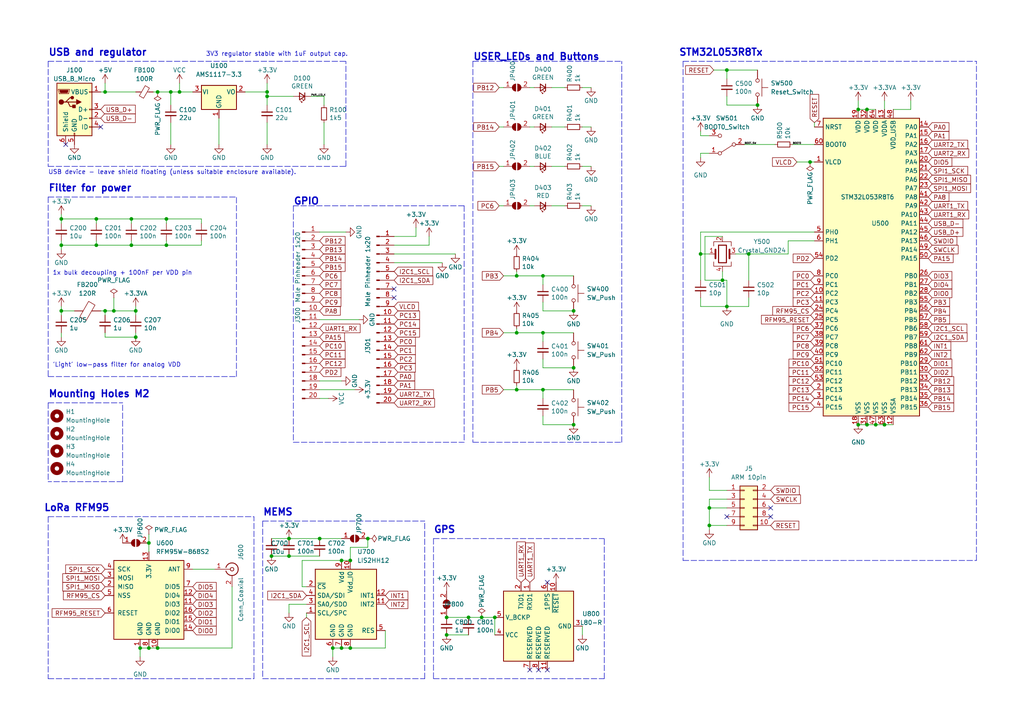
<source format=kicad_sch>
(kicad_sch (version 20211123) (generator eeschema)
  (paper "A4")
  (title_block (title "STM32L053 LoRa Breakout Board") (date "2022-07-05") (rev "1.0") (company "Ostfalia"))
  (junction (at 52.07 26.67))
  (junction (at 210.82 20.32))
  (junction (at 256.54 123.19))
  (junction (at 251.46 123.19))
  (junction (at 205.74 152.4))
  (junction (at 39.37 90.17))
  (junction (at 157.48 80.01))
  (junction (at 83.82 161.29))
  (junction (at 77.47 27.94))
  (junction (at 38.1 63.5))
  (junction (at 17.78 90.17))
  (junction (at 210.82 88.9))
  (junction (at 77.47 26.67))
  (junction (at 17.78 63.5))
  (junction (at 166.37 123.19))
  (junction (at 149.86 96.52))
  (junction (at 209.55 81.28))
  (junction (at 248.92 123.19))
  (junction (at 217.17 73.66))
  (junction (at 129.54 184.15))
  (junction (at 101.6 187.96))
  (junction (at 203.2 73.66))
  (junction (at 45.72 26.67))
  (junction (at 129.54 179.07))
  (junction (at 83.82 156.21))
  (junction (at 101.6 162.56))
  (junction (at 40.64 187.96))
  (junction (at 99.06 187.96))
  (junction (at 106.68 156.21))
  (junction (at 166.37 106.68))
  (junction (at 135.89 179.07))
  (junction (at 43.18 187.96))
  (junction (at 17.78 71.12))
  (junction (at 149.86 113.03))
  (junction (at 78.74 161.29))
  (junction (at 30.48 90.17))
  (junction (at 30.48 26.67))
  (junction (at 157.48 113.03))
  (junction (at 248.92 31.75))
  (junction (at 143.51 179.07))
  (junction (at 139.7 179.07))
  (junction (at 92.71 156.21))
  (junction (at 219.71 30.48))
  (junction (at 39.37 97.79))
  (junction (at 166.37 90.17))
  (junction (at 251.46 31.75))
  (junction (at 234.95 46.99))
  (junction (at 27.94 71.12))
  (junction (at 149.86 80.01))
  (junction (at 96.52 187.96))
  (junction (at 205.74 147.32))
  (junction (at 99.06 162.56))
  (junction (at 49.53 26.67))
  (junction (at 27.94 63.5))
  (junction (at 48.26 71.12))
  (junction (at 38.1 71.12))
  (junction (at 254 123.19))
  (junction (at 43.18 157.48))
  (junction (at 157.48 96.52))
  (junction (at 45.72 187.96))
  (junction (at 33.02 90.17))
  (junction (at 48.26 63.5))
  (no_connect (at 223.52 147.32))
  (no_connect (at 223.52 149.86))
  (no_connect (at 19.05 41.91))
  (no_connect (at 153.67 194.31))
  (no_connect (at 210.82 149.86))
  (no_connect (at 156.21 194.31))
  (no_connect (at 29.21 36.83))
  (no_connect (at 158.75 194.31))
  (no_connect (at 158.75 168.91))
  (no_connect (at 114.3 83.82))
  (no_connect (at 114.3 86.36))
  (wire (pts (xy 166.37 80.01) (xy 157.48 80.01)))
  (wire (pts (xy 83.82 175.26) (xy 88.9 175.26)))
  (wire (pts (xy 17.78 90.17) (xy 17.78 91.44)))
  (wire (pts (xy 153.67 48.26) (xy 154.94 48.26)))
  (wire (pts (xy 157.48 80.01) (xy 157.48 82.55)))
  (wire (pts (xy 210.82 20.32) (xy 219.71 20.32)))
  (wire (pts (xy 153.67 36.83) (xy 154.94 36.83)))
  (wire (pts (xy 157.48 87.63) (xy 157.48 90.17)))
  (wire (pts (xy 149.86 111.76) (xy 149.86 113.03)))
  (wire (pts (xy 205.74 147.32) (xy 210.82 147.32)))
  (wire (pts (xy 27.94 63.5) (xy 27.94 64.77)))
  (wire (pts (xy 259.08 31.75) (xy 264.16 31.75)))
  (wire (pts (xy 17.78 71.12) (xy 27.94 71.12)))
  (wire (pts (xy 153.67 25.4) (xy 154.94 25.4)))
  (wire (pts (xy 93.98 27.94) (xy 90.17 27.94)))
  (wire (pts (xy 210.82 27.94) (xy 210.82 30.48)))
  (wire (pts (xy 251.46 123.19) (xy 254 123.19)))
  (wire (pts (xy 210.82 30.48) (xy 219.71 30.48)))
  (polyline (pts (xy 13.97 109.22) (xy 68.58 109.22)))
  (wire (pts (xy 40.64 187.96) (xy 40.64 190.5)))
  (wire (pts (xy 251.46 31.75) (xy 254 31.75)))
  (polyline (pts (xy 76.2 196.85) (xy 123.19 196.85)))
  (wire (pts (xy 205.74 152.4) (xy 210.82 152.4)))
  (polyline (pts (xy 13.97 48.26) (xy 100.33 48.26)))
  (wire (pts (xy 38.1 71.12) (xy 48.26 71.12)))
  (polyline (pts (xy 125.73 196.85) (xy 175.26 196.85)))
  (wire (pts (xy 166.37 113.03) (xy 157.48 113.03)))
  (wire (pts (xy 17.78 88.9) (xy 17.78 90.17)))
  (wire (pts (xy 99.06 187.96) (xy 101.6 187.96)))
  (wire (pts (xy 58.42 63.5) (xy 48.26 63.5)))
  (wire (pts (xy 45.72 26.67) (xy 49.53 26.67)))
  (wire (pts (xy 92.71 92.71) (xy 104.14 92.71)))
  (wire (pts (xy 153.67 59.69) (xy 154.94 59.69)))
  (wire (pts (xy 30.48 91.44) (xy 30.48 90.17)))
  (wire (pts (xy 205.74 142.24) (xy 210.82 142.24)))
  (wire (pts (xy 203.2 44.45) (xy 205.74 44.45)))
  (wire (pts (xy 52.07 26.67) (xy 49.53 26.67)))
  (wire (pts (xy 93.98 41.91) (xy 93.98 35.56)))
  (wire (pts (xy 144.78 59.69) (xy 146.05 59.69)))
  (wire (pts (xy 210.82 81.28) (xy 210.82 88.9)))
  (polyline (pts (xy 13.97 17.78) (xy 100.33 17.78)))
  (polyline (pts (xy 76.2 151.13) (xy 76.2 196.85)))
  (wire (pts (xy 205.74 138.43) (xy 205.74 142.24)))
  (polyline (pts (xy 125.73 156.21) (xy 175.26 156.21)))
  (wire (pts (xy 157.48 113.03) (xy 157.48 115.57)))
  (wire (pts (xy 120.65 68.58) (xy 114.3 68.58)))
  (wire (pts (xy 149.86 113.03) (xy 157.48 113.03)))
  (wire (pts (xy 17.78 62.23) (xy 17.78 63.5)))
  (polyline (pts (xy 180.34 128.27) (xy 180.34 17.78)))
  (wire (pts (xy 157.48 106.68) (xy 166.37 106.68)))
  (wire (pts (xy 38.1 69.85) (xy 38.1 71.12)))
  (wire (pts (xy 149.86 96.52) (xy 157.48 96.52)))
  (wire (pts (xy 77.47 27.94) (xy 77.47 30.48)))
  (wire (pts (xy 39.37 90.17) (xy 33.02 90.17)))
  (wire (pts (xy 30.48 24.13) (xy 30.48 26.67)))
  (wire (pts (xy 124.46 68.58) (xy 124.46 71.12)))
  (wire (pts (xy 203.2 38.1) (xy 203.2 39.37)))
  (wire (pts (xy 17.78 96.52) (xy 17.78 97.79)))
  (wire (pts (xy 27.94 63.5) (xy 17.78 63.5)))
  (wire (pts (xy 203.2 45.72) (xy 203.2 44.45)))
  (wire (pts (xy 48.26 69.85) (xy 48.26 71.12)))
  (wire (pts (xy 128.27 76.2) (xy 114.3 76.2)))
  (wire (pts (xy 27.94 71.12) (xy 27.94 69.85)))
  (wire (pts (xy 256.54 123.19) (xy 259.08 123.19)))
  (polyline (pts (xy 68.58 109.22) (xy 68.58 57.15)))
  (wire (pts (xy 204.47 68.58) (xy 204.47 81.28)))
  (wire (pts (xy 58.42 69.85) (xy 58.42 71.12)))
  (wire (pts (xy 157.48 120.65) (xy 157.48 123.19)))
  (wire (pts (xy 234.95 46.99) (xy 236.22 46.99)))
  (wire (pts (xy 39.37 91.44) (xy 39.37 90.17)))
  (polyline (pts (xy 123.19 196.85) (xy 123.19 151.13)))
  (wire (pts (xy 248.92 29.21) (xy 248.92 31.75)))
  (wire (pts (xy 205.74 147.32) (xy 205.74 152.4)))
  (wire (pts (xy 144.78 25.4) (xy 146.05 25.4)))
  (wire (pts (xy 205.74 153.67) (xy 205.74 152.4)))
  (wire (pts (xy 205.74 144.78) (xy 205.74 147.32)))
  (wire (pts (xy 48.26 71.12) (xy 58.42 71.12)))
  (wire (pts (xy 52.07 24.13) (xy 52.07 26.67)))
  (wire (pts (xy 85.09 27.94) (xy 77.47 27.94)))
  (wire (pts (xy 157.48 96.52) (xy 157.48 99.06)))
  (wire (pts (xy 114.3 73.66) (xy 132.08 73.66)))
  (wire (pts (xy 111.76 182.88) (xy 111.76 187.96)))
  (wire (pts (xy 248.92 31.75) (xy 251.46 31.75)))
  (wire (pts (xy 92.71 67.31) (xy 100.33 67.31)))
  (wire (pts (xy 203.2 67.31) (xy 236.22 67.31)))
  (wire (pts (xy 146.05 80.01) (xy 149.86 80.01)))
  (wire (pts (xy 146.05 96.52) (xy 149.86 96.52)))
  (wire (pts (xy 149.86 80.01) (xy 157.48 80.01)))
  (wire (pts (xy 228.6 69.85) (xy 236.22 69.85)))
  (wire (pts (xy 49.53 41.91) (xy 49.53 35.56)))
  (wire (pts (xy 49.53 26.67) (xy 49.53 30.48)))
  (wire (pts (xy 144.78 36.83) (xy 146.05 36.83)))
  (polyline (pts (xy 137.16 17.78) (xy 180.34 17.78)))
  (wire (pts (xy 228.6 73.66) (xy 228.6 69.85)))
  (polyline (pts (xy 175.26 196.85) (xy 175.26 156.21)))
  (polyline (pts (xy 13.97 116.84) (xy 13.97 139.7)))
  (wire (pts (xy 203.2 88.9) (xy 210.82 88.9)))
  (polyline (pts (xy 13.97 116.84) (xy 35.56 116.84)))
  (wire (pts (xy 99.06 162.56) (xy 101.6 162.56)))
  (polyline (pts (xy 198.12 162.56) (xy 283.21 162.56)))
  (wire (pts (xy 30.48 97.79) (xy 39.37 97.79)))
  (wire (pts (xy 111.76 187.96) (xy 101.6 187.96)))
  (wire (pts (xy 168.91 59.69) (xy 171.45 59.69)))
  (wire (pts (xy 207.01 20.32) (xy 210.82 20.32)))
  (wire (pts (xy 143.51 179.07) (xy 143.51 184.15)))
  (wire (pts (xy 203.2 73.66) (xy 203.2 67.31)))
  (wire (pts (xy 210.82 144.78) (xy 205.74 144.78)))
  (wire (pts (xy 168.91 181.61) (xy 168.91 184.15)))
  (wire (pts (xy 215.9 41.91) (xy 224.79 41.91)))
  (wire (pts (xy 106.68 158.75) (xy 106.68 156.21)))
  (wire (pts (xy 213.36 73.66) (xy 217.17 73.66)))
  (polyline (pts (xy 137.16 17.78) (xy 137.16 128.27)))
  (wire (pts (xy 99.06 110.49) (xy 92.71 110.49)))
  (wire (pts (xy 231.14 46.99) (xy 234.95 46.99)))
  (wire (pts (xy 58.42 64.77) (xy 58.42 63.5)))
  (polyline (pts (xy 198.12 17.78) (xy 283.21 17.78)))
  (wire (pts (xy 149.86 78.74) (xy 149.86 80.01)))
  (wire (pts (xy 87.63 170.18) (xy 87.63 162.56)))
  (wire (pts (xy 135.89 179.07) (xy 139.7 179.07)))
  (wire (pts (xy 43.18 157.48) (xy 43.18 160.02)))
  (wire (pts (xy 209.55 68.58) (xy 204.47 68.58)))
  (wire (pts (xy 33.02 86.36) (xy 33.02 90.17)))
  (wire (pts (xy 63.5 41.91) (xy 63.5 34.29)))
  (wire (pts (xy 39.37 26.67) (xy 30.48 26.67)))
  (wire (pts (xy 160.02 36.83) (xy 163.83 36.83)))
  (wire (pts (xy 48.26 64.77) (xy 48.26 63.5)))
  (wire (pts (xy 96.52 187.96) (xy 96.52 190.5)))
  (wire (pts (xy 55.88 165.1) (xy 62.23 165.1)))
  (wire (pts (xy 17.78 71.12) (xy 17.78 72.39)))
  (wire (pts (xy 87.63 170.18) (xy 88.9 170.18)))
  (wire (pts (xy 168.91 48.26) (xy 171.45 48.26)))
  (polyline (pts (xy 35.56 139.7) (xy 35.56 116.84)))
  (wire (pts (xy 43.18 154.94) (xy 43.18 157.48)))
  (polyline (pts (xy 35.56 139.7) (xy 13.97 139.7)))
  (polyline (pts (xy 85.09 59.69) (xy 85.09 128.27)))
  (polyline (pts (xy 13.97 149.86) (xy 73.66 149.86)))
  (wire (pts (xy 95.25 115.57) (xy 92.71 115.57)))
  (polyline (pts (xy 283.21 162.56) (xy 283.21 17.78)))
  (wire (pts (xy 77.47 24.13) (xy 77.47 26.67)))
  (wire (pts (xy 92.71 113.03) (xy 102.87 113.03)))
  (wire (pts (xy 93.98 30.48) (xy 93.98 27.94)))
  (polyline (pts (xy 198.12 17.78) (xy 198.12 162.56)))
  (wire (pts (xy 101.6 158.75) (xy 106.68 158.75)))
  (wire (pts (xy 129.54 179.07) (xy 135.89 179.07)))
  (wire (pts (xy 209.55 81.28) (xy 210.82 81.28)))
  (wire (pts (xy 27.94 71.12) (xy 38.1 71.12)))
  (wire (pts (xy 209.55 78.74) (xy 209.55 81.28)))
  (polyline (pts (xy 13.97 17.78) (xy 13.97 48.26)))
  (wire (pts (xy 78.74 161.29) (xy 83.82 161.29)))
  (wire (pts (xy 217.17 73.66) (xy 228.6 73.66)))
  (polyline (pts (xy 100.33 48.26) (xy 100.33 17.78)))
  (wire (pts (xy 166.37 96.52) (xy 157.48 96.52)))
  (polyline (pts (xy 134.62 59.69) (xy 134.62 128.27)))
  (wire (pts (xy 67.31 170.18) (xy 67.31 187.96)))
  (wire (pts (xy 210.82 22.86) (xy 210.82 20.32)))
  (wire (pts (xy 77.47 41.91) (xy 77.47 35.56)))
  (wire (pts (xy 210.82 88.9) (xy 217.17 88.9)))
  (wire (pts (xy 203.2 39.37) (xy 205.74 39.37)))
  (wire (pts (xy 144.78 48.26) (xy 146.05 48.26)))
  (wire (pts (xy 157.48 90.17) (xy 166.37 90.17)))
  (wire (pts (xy 217.17 88.9) (xy 217.17 86.36)))
  (wire (pts (xy 39.37 97.79) (xy 39.37 96.52)))
  (wire (pts (xy 17.78 69.85) (xy 17.78 71.12)))
  (wire (pts (xy 43.18 187.96) (xy 45.72 187.96)))
  (wire (pts (xy 160.02 59.69) (xy 163.83 59.69)))
  (wire (pts (xy 157.48 104.14) (xy 157.48 106.68)))
  (wire (pts (xy 96.52 187.96) (xy 99.06 187.96)))
  (wire (pts (xy 38.1 63.5) (xy 27.94 63.5)))
  (wire (pts (xy 204.47 81.28) (xy 209.55 81.28)))
  (wire (pts (xy 236.22 35.56) (xy 236.22 36.83)))
  (wire (pts (xy 38.1 64.77) (xy 38.1 63.5)))
  (wire (pts (xy 264.16 31.75) (xy 264.16 29.21)))
  (wire (pts (xy 83.82 156.21) (xy 92.71 156.21)))
  (wire (pts (xy 71.12 26.67) (xy 77.47 26.67)))
  (wire (pts (xy 29.21 90.17) (xy 30.48 90.17)))
  (wire (pts (xy 254 123.19) (xy 256.54 123.19)))
  (wire (pts (xy 55.88 26.67) (xy 52.07 26.67)))
  (wire (pts (xy 160.02 25.4) (xy 163.83 25.4)))
  (wire (pts (xy 203.2 73.66) (xy 203.2 81.28)))
  (wire (pts (xy 168.91 25.4) (xy 171.45 25.4)))
  (polyline (pts (xy 125.73 156.21) (xy 125.73 196.85)))
  (wire (pts (xy 229.87 41.91) (xy 236.22 41.91)))
  (wire (pts (xy 44.45 26.67) (xy 45.72 26.67)))
  (wire (pts (xy 30.48 26.67) (xy 29.21 26.67)))
  (wire (pts (xy 48.26 63.5) (xy 38.1 63.5)))
  (wire (pts (xy 88.9 179.07) (xy 88.9 177.8)))
  (polyline (pts (xy 13.97 149.86) (xy 13.97 196.85)))
  (wire (pts (xy 114.3 71.12) (xy 124.46 71.12)))
  (wire (pts (xy 146.05 113.03) (xy 149.86 113.03)))
  (polyline (pts (xy 13.97 57.15) (xy 68.58 57.15)))
  (wire (pts (xy 101.6 162.56) (xy 101.6 158.75)))
  (polyline (pts (xy 85.09 128.27) (xy 134.62 128.27)))
  (wire (pts (xy 39.37 88.9) (xy 39.37 90.17)))
  (wire (pts (xy 30.48 96.52) (xy 30.48 97.79)))
  (wire (pts (xy 92.71 156.21) (xy 99.06 156.21)))
  (wire (pts (xy 33.02 90.17) (xy 30.48 90.17)))
  (polyline (pts (xy 13.97 57.15) (xy 13.97 109.22)))
  (wire (pts (xy 157.48 123.19) (xy 166.37 123.19)))
  (wire (pts (xy 40.64 187.96) (xy 43.18 187.96)))
  (wire (pts (xy 139.7 179.07) (xy 143.51 179.07)))
  (wire (pts (xy 83.82 177.8) (xy 83.82 175.26)))
  (wire (pts (xy 83.82 161.29) (xy 92.71 161.29)))
  (wire (pts (xy 149.86 95.25) (xy 149.86 96.52)))
  (wire (pts (xy 17.78 90.17) (xy 21.59 90.17)))
  (wire (pts (xy 205.74 73.66) (xy 203.2 73.66)))
  (polyline (pts (xy 73.66 196.85) (xy 73.66 149.86)))
  (polyline (pts (xy 13.97 196.85) (xy 73.66 196.85)))
  (wire (pts (xy 248.92 123.19) (xy 251.46 123.19)))
  (wire (pts (xy 67.31 187.96) (xy 45.72 187.96)))
  (polyline (pts (xy 137.16 128.27) (xy 180.34 128.27)))
  (wire (pts (xy 120.65 66.04) (xy 120.65 68.58)))
  (wire (pts (xy 203.2 86.36) (xy 203.2 88.9)))
  (polyline (pts (xy 134.62 59.69) (xy 85.09 59.69)))
  (wire (pts (xy 129.54 184.15) (xy 135.89 184.15)))
  (wire (pts (xy 87.63 162.56) (xy 99.06 162.56)))
  (polyline (pts (xy 76.2 151.13) (xy 123.19 151.13)))
  (wire (pts (xy 217.17 73.66) (xy 217.17 81.28)))
  (wire (pts (xy 160.02 48.26) (xy 163.83 48.26)))
  (wire (pts (xy 17.78 63.5) (xy 17.78 64.77)))
  (wire (pts (xy 168.91 36.83) (xy 171.45 36.83)))
  (wire (pts (xy 77.47 26.67) (xy 77.47 27.94)))
  (wire (pts (xy 78.74 156.21) (xy 83.82 156.21)))
  (wire (pts (xy 256.54 29.21) (xy 256.54 31.75)))
  (text "Mounting Holes M2" (at 13.97 115.57 0) (effects (font (size 2.0066 2.0066) (thickness 0.4013) bold) (justify left bottom)))
  (text "STM32L053R8Tx" (at 196.85 16.51 0) (effects (font (size 2.0066 2.0066) (thickness 0.4013) bold) (justify left bottom)))
  (text "USB and regulator" (at 13.97 16.51 0) (effects (font (size 2.0066 2.0066) (thickness 0.4013) bold) (justify left bottom)))
  (text "MEMS" (at 76.2 149.86 0) (effects (font (size 2.0066 2.0066) (thickness 0.4013) bold) (justify left bottom)))
  (text "GPIO" (at 85.09 59.69 0) (effects (font (size 2.0066 2.0066) (thickness 0.4013) bold) (justify left bottom)))
  (text "'Light' low-pass filter for analog VDD" (at 15.24 106.68 0) (effects (font (size 1.27 1.27)) (justify left bottom)))
  (text "1x bulk decoupling + 100nF per VDD pin" (at 15.24 80.01 0) (effects (font (size 1.27 1.27)) (justify left bottom)))
  (text "USB device - leave shield floating (unless suitable enclosure available)." (at 13.97 50.8 0) (effects (font (size 1.27 1.27)) (justify left bottom)))
  (text "LoRa RFM95\n" (at 12.7 148.59 0) (effects (font (size 2.0066 2.0066) (thickness 0.4013) bold) (justify left bottom)))
  (text "3V3 regulator stable with 1uF output cap." (at 59.69 16.51 0) (effects (font (size 1.27 1.27)) (justify left bottom)))
  (text "Filter for power\n" (at 13.97 55.88 0) (effects (font (size 2.0066 2.0066) (thickness 0.4013) bold) (justify left bottom)))
  (text "GPS" (at 125.73 154.94 0) (effects (font (size 2.0066 2.0066) (thickness 0.4013) bold) (justify left bottom)))
  (text "USER_LEDs and Buttons" (at 137.16 17.78 0) (effects (font (size 2.0066 2.0066) (thickness 0.4013) bold) (justify left bottom)))
  (label "PWR_LED_K" (at 90.17 27.94 0) (effects (font (size 0.5 0.5))))
  (label "BOOT_SW" (at 215.9 41.91 0) (effects (font (size 0.5 0.5))))
  (label "BOOT0" (at 229.87 41.91 0) (effects (font (size 0.5 0.5))))
  (global_label "PB14" (shape input) (at 269.24 115.57 0) (property "Intersheet References" "${INTERSHEET_REFS}" (effects hide)))
  (global_label "SPI1_SCK" (shape input) (at 30.48 165.1 180) (property "Intersheet References" "${INTERSHEET_REFS}" (effects hide)))
  (global_label "USB_D-" (shape input) (at 29.21 34.29 0) (property "Intersheet References" "${INTERSHEET_REFS}" (effects hide)))
  (global_label "UART1_RX" (shape input) (at 92.71 95.25 0) (property "Intersheet References" "${INTERSHEET_REFS}" (effects hide)))
  (global_label "PC6" (shape input) (at 236.22 95.25 180) (property "Intersheet References" "${INTERSHEET_REFS}" (effects hide)))
  (global_label "DIO1" (shape input) (at 55.88 180.34 0) (property "Intersheet References" "${INTERSHEET_REFS}" (effects hide)))
  (global_label "PB13" (shape input) (at 92.71 72.39 0) (property "Intersheet References" "${INTERSHEET_REFS}" (effects hide)))
  (global_label "PB3" (shape input) (at 269.24 87.63 0) (property "Intersheet References" "${INTERSHEET_REFS}" (effects hide)))
  (global_label "INT2" (shape input) (at 111.76 175.26 0) (property "Intersheet References" "${INTERSHEET_REFS}" (effects hide)))
  (global_label "RFM95_RESET" (shape input) (at 30.48 177.8 180) (property "Intersheet References" "${INTERSHEET_REFS}" (effects hide)))
  (global_label "PD2" (shape input) (at 92.71 107.95 0) (property "Intersheet References" "${INTERSHEET_REFS}" (effects hide)))
  (global_label "RFM95_CS" (shape input) (at 30.48 172.72 180) (property "Intersheet References" "${INTERSHEET_REFS}" (effects hide)))
  (global_label "PC10" (shape input) (at 92.71 100.33 0) (property "Intersheet References" "${INTERSHEET_REFS}" (effects hide)))
  (global_label "SWDIO" (shape input) (at 269.24 69.85 0) (property "Intersheet References" "${INTERSHEET_REFS}" (effects hide)))
  (global_label "PC13" (shape input) (at 114.3 91.44 0) (property "Intersheet References" "${INTERSHEET_REFS}" (effects hide)))
  (global_label "INT1" (shape input) (at 269.24 100.33 0) (property "Intersheet References" "${INTERSHEET_REFS}" (effects hide)))
  (global_label "PC3" (shape input) (at 236.22 87.63 180) (property "Intersheet References" "${INTERSHEET_REFS}" (effects hide)))
  (global_label "PA1" (shape input) (at 269.24 39.37 0) (property "Intersheet References" "${INTERSHEET_REFS}" (effects hide)))
  (global_label "PB5" (shape input) (at 146.05 113.03 180) (property "Intersheet References" "${INTERSHEET_REFS}" (effects hide)))
  (global_label "PC15" (shape input) (at 236.22 118.11 180) (property "Intersheet References" "${INTERSHEET_REFS}" (effects hide)))
  (global_label "PB13" (shape input) (at 269.24 113.03 0) (property "Intersheet References" "${INTERSHEET_REFS}" (effects hide)))
  (global_label "I2C1_SDA" (shape input) (at 269.24 97.79 0) (property "Intersheet References" "${INTERSHEET_REFS}" (effects hide)))
  (global_label "PB5" (shape input) (at 269.24 92.71 0) (property "Intersheet References" "${INTERSHEET_REFS}" (effects hide)))
  (global_label "PC1" (shape input) (at 236.22 82.55 180) (property "Intersheet References" "${INTERSHEET_REFS}" (effects hide)))
  (global_label "PC2" (shape input) (at 114.3 104.14 0) (property "Intersheet References" "${INTERSHEET_REFS}" (effects hide)))
  (global_label "USB_D-" (shape input) (at 269.24 64.77 0) (property "Intersheet References" "${INTERSHEET_REFS}" (effects hide)))
  (global_label "DIO2" (shape input) (at 55.88 177.8 0) (property "Intersheet References" "${INTERSHEET_REFS}" (effects hide)))
  (global_label "I2C1_SCL" (shape input) (at 114.3 78.74 0) (property "Intersheet References" "${INTERSHEET_REFS}" (effects hide)))
  (global_label "I2C1_SDA" (shape input) (at 114.3 81.28 0) (property "Intersheet References" "${INTERSHEET_REFS}" (effects hide)))
  (global_label "PB14" (shape input) (at 144.78 36.83 180) (property "Intersheet References" "${INTERSHEET_REFS}" (effects hide)))
  (global_label "PB12" (shape input) (at 269.24 110.49 0) (property "Intersheet References" "${INTERSHEET_REFS}" (effects hide)))
  (global_label "SPI1_MOSI" (shape input) (at 30.48 167.64 180) (property "Intersheet References" "${INTERSHEET_REFS}" (effects hide)))
  (global_label "PD2" (shape input) (at 236.22 74.93 180) (property "Intersheet References" "${INTERSHEET_REFS}" (effects hide)))
  (global_label "PC3" (shape input) (at 114.3 106.68 0) (property "Intersheet References" "${INTERSHEET_REFS}" (effects hide)))
  (global_label "UART2_RX" (shape input) (at 114.3 116.84 0) (property "Intersheet References" "${INTERSHEET_REFS}" (effects hide)))
  (global_label "PA0" (shape input) (at 269.24 36.83 0) (property "Intersheet References" "${INTERSHEET_REFS}" (effects hide)))
  (global_label "SWCLK" (shape input) (at 223.52 144.78 0) (property "Intersheet References" "${INTERSHEET_REFS}" (effects hide)))
  (global_label "SPI1_MOSI" (shape input) (at 269.24 54.61 0) (property "Intersheet References" "${INTERSHEET_REFS}" (effects hide)))
  (global_label "PC13" (shape input) (at 236.22 113.03 180) (property "Intersheet References" "${INTERSHEET_REFS}" (effects hide)))
  (global_label "INT2" (shape input) (at 269.24 102.87 0) (property "Intersheet References" "${INTERSHEET_REFS}" (effects hide)))
  (global_label "DIO3" (shape input) (at 269.24 80.01 0) (property "Intersheet References" "${INTERSHEET_REFS}" (effects hide)))
  (global_label "I2C1_SCL" (shape input) (at 88.9 179.07 270) (property "Intersheet References" "${INTERSHEET_REFS}" (effects hide)))
  (global_label "PB15" (shape input) (at 144.78 48.26 180) (property "Intersheet References" "${INTERSHEET_REFS}" (effects hide)))
  (global_label "PB12" (shape input) (at 144.78 25.4 180) (property "Intersheet References" "${INTERSHEET_REFS}" (effects hide)))
  (global_label "PB12" (shape input) (at 92.71 69.85 0) (property "Intersheet References" "${INTERSHEET_REFS}" (effects hide)))
  (global_label "PB15" (shape input) (at 269.24 118.11 0) (property "Intersheet References" "${INTERSHEET_REFS}" (effects hide)))
  (global_label "RFM95_CS" (shape input) (at 236.22 90.17 180) (property "Intersheet References" "${INTERSHEET_REFS}" (effects hide)))
  (global_label "PA8" (shape input) (at 269.24 57.15 0) (property "Intersheet References" "${INTERSHEET_REFS}" (effects hide)))
  (global_label "PB3" (shape input) (at 146.05 80.01 180) (property "Intersheet References" "${INTERSHEET_REFS}" (effects hide)))
  (global_label "SPI1_SCK" (shape input) (at 269.24 49.53 0) (property "Intersheet References" "${INTERSHEET_REFS}" (effects hide)))
  (global_label "PC7" (shape input) (at 92.71 82.55 0) (property "Intersheet References" "${INTERSHEET_REFS}" (effects hide)))
  (global_label "PC14" (shape input) (at 114.3 93.98 0) (property "Intersheet References" "${INTERSHEET_REFS}" (effects hide)))
  (global_label "PA1" (shape input) (at 114.3 111.76 0) (property "Intersheet References" "${INTERSHEET_REFS}" (effects hide)))
  (global_label "PB15" (shape input) (at 92.71 77.47 0) (property "Intersheet References" "${INTERSHEET_REFS}" (effects hide)))
  (global_label "PC6" (shape input) (at 144.78 59.69 180) (property "Intersheet References" "${INTERSHEET_REFS}" (effects hide)))
  (global_label "PC9" (shape input) (at 92.71 87.63 0) (property "Intersheet References" "${INTERSHEET_REFS}" (effects hide)))
  (global_label "SPI1_MISO" (shape input) (at 30.48 170.18 180) (property "Intersheet References" "${INTERSHEET_REFS}" (effects hide)))
  (global_label "PC1" (shape input) (at 114.3 101.6 0) (property "Intersheet References" "${INTERSHEET_REFS}" (effects hide)))
  (global_label "VLCD" (shape input) (at 114.3 88.9 0) (property "Intersheet References" "${INTERSHEET_REFS}" (effects hide)))
  (global_label "UART1_RX" (shape input) (at 269.24 62.23 0) (property "Intersheet References" "${INTERSHEET_REFS}" (effects hide)))
  (global_label "RFM95_RESET" (shape input) (at 236.22 92.71 180) (property "Intersheet References" "${INTERSHEET_REFS}" (effects hide)))
  (global_label "VLCD" (shape input) (at 231.14 46.99 180) (property "Intersheet References" "${INTERSHEET_REFS}" (effects hide)))
  (global_label "UART2_TX" (shape input) (at 269.24 41.91 0) (property "Intersheet References" "${INTERSHEET_REFS}" (effects hide)))
  (global_label "PC14" (shape input) (at 236.22 115.57 180) (property "Intersheet References" "${INTERSHEET_REFS}" (effects hide)))
  (global_label "UART2_RX" (shape input) (at 269.24 44.45 0) (property "Intersheet References" "${INTERSHEET_REFS}" (effects hide)))
  (global_label "DIO4" (shape input) (at 55.88 172.72 0) (property "Intersheet References" "${INTERSHEET_REFS}" (effects hide)))
  (global_label "PA0" (shape input) (at 114.3 109.22 0) (property "Intersheet References" "${INTERSHEET_REFS}" (effects hide)))
  (global_label "DIO0" (shape input) (at 55.88 182.88 0) (property "Intersheet References" "${INTERSHEET_REFS}" (effects hide)))
  (global_label "PB4" (shape input) (at 269.24 90.17 0) (property "Intersheet References" "${INTERSHEET_REFS}" (effects hide)))
  (global_label "I2C1_SDA" (shape input) (at 88.9 172.72 180) (property "Intersheet References" "${INTERSHEET_REFS}" (effects hide)))
  (global_label "PC11" (shape input) (at 236.22 107.95 180) (property "Intersheet References" "${INTERSHEET_REFS}" (effects hide)))
  (global_label "RESET" (shape input) (at 236.22 35.56 90) (property "Intersheet References" "${INTERSHEET_REFS}" (effects hide)))
  (global_label "SPI1_MISO" (shape input) (at 269.24 52.07 0) (property "Intersheet References" "${INTERSHEET_REFS}" (effects hide)))
  (global_label "PC2" (shape input) (at 236.22 85.09 180) (property "Intersheet References" "${INTERSHEET_REFS}" (effects hide)))
  (global_label "DIO1" (shape input) (at 269.24 105.41 0) (property "Intersheet References" "${INTERSHEET_REFS}" (effects hide)))
  (global_label "PC8" (shape input) (at 92.71 85.09 0) (property "Intersheet References" "${INTERSHEET_REFS}" (effects hide)))
  (global_label "PC11" (shape input) (at 92.71 102.87 0) (property "Intersheet References" "${INTERSHEET_REFS}" (effects hide)))
  (global_label "I2C1_SCL" (shape input) (at 269.24 95.25 0) (property "Intersheet References" "${INTERSHEET_REFS}" (effects hide)))
  (global_label "DIO5" (shape input) (at 269.24 46.99 0) (property "Intersheet References" "${INTERSHEET_REFS}" (effects hide)))
  (global_label "SWDIO" (shape input) (at 223.52 142.24 0) (property "Intersheet References" "${INTERSHEET_REFS}" (effects hide)))
  (global_label "USB_D+" (shape input) (at 269.24 67.31 0) (property "Intersheet References" "${INTERSHEET_REFS}" (effects hide)))
  (global_label "PC0" (shape input) (at 236.22 80.01 180) (property "Intersheet References" "${INTERSHEET_REFS}" (effects hide)))
  (global_label "DIO4" (shape input) (at 269.24 82.55 0) (property "Intersheet References" "${INTERSHEET_REFS}" (effects hide)))
  (global_label "DIO0" (shape input) (at 269.24 85.09 0) (property "Intersheet References" "${INTERSHEET_REFS}" (effects hide)))
  (global_label "PC12" (shape input) (at 92.71 105.41 0) (property "Intersheet References" "${INTERSHEET_REFS}" (effects hide)))
  (global_label "INT1" (shape input) (at 111.76 172.72 0) (property "Intersheet References" "${INTERSHEET_REFS}" (effects hide)))
  (global_label "PC10" (shape input) (at 236.22 105.41 180) (property "Intersheet References" "${INTERSHEET_REFS}" (effects hide)))
  (global_label "PA8" (shape input) (at 92.71 90.17 0) (property "Intersheet References" "${INTERSHEET_REFS}" (effects hide)))
  (global_label "PC0" (shape input) (at 114.3 99.06 0) (property "Intersheet References" "${INTERSHEET_REFS}" (effects hide)))
  (global_label "UART1_TX" (shape input) (at 153.67 168.91 90) (property "Intersheet References" "${INTERSHEET_REFS}" (effects hide)))
  (global_label "PC6" (shape input) (at 92.71 80.01 0) (property "Intersheet References" "${INTERSHEET_REFS}" (effects hide)))
  (global_label "DIO5" (shape input) (at 55.88 170.18 0) (property "Intersheet References" "${INTERSHEET_REFS}" (effects hide)))
  (global_label "RESET" (shape input) (at 223.52 152.4 0) (property "Intersheet References" "${INTERSHEET_REFS}" (effects hide)))
  (global_label "SWCLK" (shape input) (at 269.24 72.39 0) (property "Intersheet References" "${INTERSHEET_REFS}" (effects hide)))
  (global_label "PA15" (shape input) (at 92.71 97.79 0) (property "Intersheet References" "${INTERSHEET_REFS}" (effects hide)))
  (global_label "PC15" (shape input) (at 114.3 96.52 0) (property "Intersheet References" "${INTERSHEET_REFS}" (effects hide)))
  (global_label "PC9" (shape input) (at 236.22 102.87 180) (property "Intersheet References" "${INTERSHEET_REFS}" (effects hide)))
  (global_label "USB_D+" (shape input) (at 29.21 31.75 0) (property "Intersheet References" "${INTERSHEET_REFS}" (effects hide)))
  (global_label "PA15" (shape input) (at 269.24 74.93 0) (property "Intersheet References" "${INTERSHEET_REFS}" (effects hide)))
  (global_label "PC12" (shape input) (at 236.22 110.49 180) (property "Intersheet References" "${INTERSHEET_REFS}" (effects hide)))
  (global_label "UART1_TX" (shape input) (at 269.24 59.69 0) (property "Intersheet References" "${INTERSHEET_REFS}" (effects hide)))
  (global_label "PB4" (shape input) (at 146.05 96.52 180) (property "Intersheet References" "${INTERSHEET_REFS}" (effects hide)))
  (global_label "RESET" (shape input) (at 207.01 20.32 180) (property "Intersheet References" "${INTERSHEET_REFS}" (effects hide)))
  (global_label "UART1_RX" (shape input) (at 151.13 168.91 90) (property "Intersheet References" "${INTERSHEET_REFS}" (effects hide)))
  (global_label "PC7" (shape input) (at 236.22 97.79 180) (property "Intersheet References" "${INTERSHEET_REFS}" (effects hide)))
  (global_label "UART2_TX" (shape input) (at 114.3 114.3 0) (property "Intersheet References" "${INTERSHEET_REFS}" (effects hide)))
  (global_label "DIO2" (shape input) (at 269.24 107.95 0) (property "Intersheet References" "${INTERSHEET_REFS}" (effects hide)))
  (global_label "PB14" (shape input) (at 92.71 74.93 0) (property "Intersheet References" "${INTERSHEET_REFS}" (effects hide)))
  (global_label "DIO3" (shape input) (at 55.88 175.26 0) (property "Intersheet References" "${INTERSHEET_REFS}" (effects hide)))
  (global_label "PC8" (shape input) (at 236.22 100.33 180) (property "Intersheet References" "${INTERSHEET_REFS}" (effects hide)))
  (symbol (lib_id "power:PWR_FLAG") (at 33.02 86.36 0) (unit 1)
    (property "Reference" "#FLG0101" (effects hide))
    (property "Value" "PWR_FLAG" (at 33.02 81.28 0))
  )
  (symbol (lib_id "Device:C_Small") (at 92.71 158.75 0) (unit 1)
    (property "Reference" "C702" (at 95.0468 157.5816 0) (effects (justify left)))
    (property "Value" "100n" (at 95.0468 159.893 0) (effects (justify left)))
    (property "Footprint" "Capacitor_SMD:C_0402_1005Metric" (effects hide))
    (property "LCSC Part #" "C60474" (effects hide))
  )
  (symbol (lib_id "Device:C_Small") (at 27.94 67.31 0) (unit 1)
    (property "Reference" "C201" (at 30.2768 66.1416 0) (effects (justify left)))
    (property "Value" "100n" (at 30.2768 68.453 0) (effects (justify left)))
    (property "Footprint" "Capacitor_SMD:C_0402_1005Metric" (effects hide))
  )
  (symbol (lib_id "Mechanical:MountingHole") (at 16.51 135.89 0) (unit 1)
    (property "Reference" "H4" (at 19.05 134.6199 0) (effects (justify left)))
    (property "Value" "MountingHole" (at 19.05 137.1599 0) (effects (justify left)))
    (property "Footprint" "MountingHole:MountingHole_2.2mm_M2" (effects hide))
  )
  (symbol (lib_id "power:GND") (at 205.74 153.67 0) (unit 1)
    (property "Reference" "#PWR0146" (effects hide))
    (property "Value" "GND" (at 205.74 157.48 0))
  )
  (symbol (lib_id "Device:R_Small") (at 166.37 48.26 90) (unit 1)
    (property "Reference" "R402" (at 165.2016 46.7614 0) (effects (justify left)))
    (property "Value" "1k" (at 167.513 46.7614 0) (effects (justify left)))
    (property "Footprint" "Resistor_SMD:R_0603_1608Metric" (effects hide))
  )
  (symbol (lib_id "Mechanical:MountingHole") (at 16.51 125.73 0) (unit 1)
    (property "Reference" "H2" (at 19.05 124.4599 0) (effects (justify left)))
    (property "Value" "MountingHole" (at 19.05 126.9999 0) (effects (justify left)))
    (property "Footprint" "MountingHole:MountingHole_2.2mm_M2" (effects hide))
  )
  (symbol (lib_id "power:GND") (at 93.98 41.91 0) (mirror y) (unit 1)
    (property "Reference" "#PWR0112" (effects hide))
    (property "Value" "GND" (at 93.98 45.72 0))
  )
  (symbol (lib_id "power:GND") (at 104.14 92.71 90) (unit 1)
    (property "Reference" "#PWR0120" (effects hide))
    (property "Value" "GND" (at 107.95 92.71 0))
  )
  (symbol (lib_id "power:+3.3V") (at 102.87 113.03 270) (unit 1)
    (property "Reference" "#PWR0119" (effects hide))
    (property "Value" "+3.3V" (at 106.68 113.03 0))
  )
  (symbol (lib_id "Jumper:SolderJumper_2_Open") (at 149.86 59.69 0) (unit 1)
    (property "Reference" "JP403" (at 148.6916 57.9628 90) (effects (justify left)))
    (property "Value" "SolderJumper_2_Open" (effects hide))
    (property "Footprint" "Jumper:SolderJumper-2_P1.3mm_Open_Pad1.0x1.5mm" (effects hide))
  )
  (symbol (lib_id "Switch:SW_SPDT") (at 210.82 41.91 180) (unit 1)
    (property "Reference" "SW501" (at 210.82 34.29 0))
    (property "Value" "BOOT0_Switch" (at 210.82 36.83 0))
    (property "Footprint" "Button_Switch_THT:SW_E-Switch_EG1224_SPDT_Angled" (effects hide))
    (property "LCSC Part #" "C273395" (effects hide))
  )
  (symbol (lib_id "Switch:SW_Push") (at 166.37 101.6 270) (unit 1)
    (property "Reference" "SW401" (at 170.18 100.3299 90) (effects (justify left)))
    (property "Value" "SW_Push" (at 170.18 102.8699 90) (effects (justify left)))
    (property "Footprint" "Button_Switch_SMD:SW_SPST_B3U-1000P" (effects hide))
    (property "LCSC Part #" "C231329" (effects hide))
  )
  (symbol (lib_id "Jumper:SolderJumper_2_Open") (at 39.37 157.48 0) (unit 1)
    (property "Reference" "JP600" (at 40.64 156.21 90) (effects (justify left)))
    (property "Value" "SolderJumper_2_Open" (effects hide))
    (property "Footprint" "Jumper:SolderJumper-2_P1.3mm_Open_Pad1.0x1.5mm" (effects hide))
  )
  (symbol (lib_id "power:GND") (at 96.52 190.5 0) (unit 1)
    (property "Reference" "#PWR0153" (effects hide))
    (property "Value" "GND" (at 96.52 194.31 0))
  )
  (symbol (lib_id "Device:Crystal_GND24") (at 209.55 73.66 0) (unit 1)
    (property "Reference" "Y500" (at 220.98 70.0786 0))
    (property "Value" "Crystal_GND24" (at 220.98 72.6186 0))
    (property "Footprint" "Crystal:Crystal_SMD_3225-4Pin_3.2x2.5mm" (effects hide))
    (property "LCSC Part #" "C112972" (effects hide))
  )
  (symbol (lib_id "Connector:Conn_Coaxial") (at 67.31 165.1 0) (unit 1)
    (property "Reference" "J600" (at 69.85 162.56 90) (effects (justify left)))
    (property "Value" "Conn_Coaxial" (at 69.85 180.34 90) (effects (justify left)))
    (property "Footprint" "Connector_Coaxial:SMA_Samtec_SMA-J-P-X-ST-EM1_EdgeMount" (effects hide))
    (property "Datasheet" " ~" (effects hide))
  )
  (symbol (lib_id "power:VCC") (at 52.07 24.13 0) (mirror y) (unit 1)
    (property "Reference" "#PWR0114" (effects hide))
    (property "Value" "VCC" (at 52.07 20.32 0))
  )
  (symbol (lib_id "Device:C_Small") (at 58.42 67.31 0) (unit 1)
    (property "Reference" "C204" (at 60.7568 66.1416 0) (effects (justify left)))
    (property "Value" "100n" (at 60.7568 68.453 0) (effects (justify left)))
    (property "Footprint" "Capacitor_SMD:C_0402_1005Metric" (effects hide))
  )
  (symbol (lib_id "Device:R_Small") (at 149.86 92.71 0) (unit 1)
    (property "Reference" "R405" (at 151.3586 91.5416 0) (effects (justify left)))
    (property "Value" "10k" (at 151.3586 93.853 0) (effects (justify left)))
    (property "Footprint" "Resistor_SMD:R_0603_1608Metric" (effects hide))
  )
  (symbol (lib_id "power:+3.3V") (at 77.47 24.13 0) (unit 1)
    (property "Reference" "#PWR0110" (effects hide))
    (property "Value" "+3.3V" (at 77.47 20.32 0))
  )
  (symbol (lib_id "Device:R_Small") (at 93.98 33.02 0) (unit 1)
    (property "Reference" "R100" (at 95.4786 31.8516 0) (effects (justify left)))
    (property "Value" "1k5" (at 95.4786 34.163 0) (effects (justify left)))
    (property "Footprint" "Resistor_SMD:R_0603_1608Metric" (effects hide))
  )
  (symbol (lib_id "power:GND") (at 128.27 76.2 0) (unit 1)
    (property "Reference" "#PWR0147" (effects hide))
    (property "Value" "GND" (at 128.27 80.01 0))
  )
  (symbol (lib_id "RF_Module:RFM95W-868S2") (at 43.18 172.72 0) (unit 1)
    (property "Reference" "U600" (at 45.1994 157.48 0) (effects (justify left)))
    (property "Value" "RFM95W-868S2" (at 45.1994 160.02 0) (effects (justify left)))
    (property "Footprint" "RF_Module:HOPERF_RFM9XW_SMD" (effects hide))
    (property "Datasheet" "https://www.hoperf.com/data/upload/portal/20181127/5bfcbea20e9ef.pdf" (effects hide))
    (property "LCSC Part #" "C2844472" (effects hide))
  )
  (symbol (lib_id "Device:C_Small") (at 30.48 93.98 0) (unit 1)
    (property "Reference" "C206" (at 32.8168 92.8116 0) (effects (justify left)))
    (property "Value" "1u" (at 32.8168 95.123 0) (effects (justify left)))
    (property "Footprint" "Capacitor_SMD:C_0603_1608Metric" (effects hide))
  )
  (symbol (lib_id "Device:C_Small") (at 77.47 33.02 0) (unit 1)
    (property "Reference" "C101" (at 79.8068 31.8516 0) (effects (justify left)))
    (property "Value" "22u" (at 79.8068 34.163 0) (effects (justify left)))
    (property "Footprint" "Capacitor_SMD:C_0603_1608Metric" (effects hide))
  )
  (symbol (lib_id "power:GND") (at 219.71 30.48 0) (unit 1)
    (property "Reference" "#PWR0135" (effects hide))
    (property "Value" "GND" (at 219.71 34.29 0))
  )
  (symbol (lib_id "MCU_ST_STM32L0:STM32L053R8Tx") (at 254 77.47 0) (unit 1)
    (property "Reference" "U500" (at 252.73 64.77 0) (effects (justify left)))
    (property "Value" "STM32L053R8T6" (at 243.84 57.15 0) (effects (justify left)))
    (property "Footprint" "Package_QFP:LQFP-64_10x10mm_P0.5mm" (effects hide))
    (property "Datasheet" "http://www.st.com/st-web-ui/static/active/en/resource/technical/document/datasheet/DM00105960.pdf" (effects hide))
    (property "LCSC Part #" "C79207" (effects hide))
  )
  (symbol (lib_id "Device:C_Small") (at 210.82 25.4 0) (unit 1)
    (property "Reference" "C500" (at 213.1568 24.2316 0) (effects (justify left)))
    (property "Value" "100n" (at 213.1568 26.543 0) (effects (justify left)))
    (property "Footprint" "Capacitor_SMD:C_0402_1005Metric" (effects hide))
  )
  (symbol (lib_id "power:+3.3V") (at 149.86 90.17 0) (unit 1)
    (property "Reference" "#PWR0140" (effects hide))
    (property "Value" "+3.3V" (at 149.86 86.36 0))
  )
  (symbol (lib_id "power:+3.3V") (at 17.78 62.23 0) (unit 1)
    (property "Reference" "#PWR0107" (effects hide))
    (property "Value" "+3.3V" (at 17.78 58.42 0))
  )
  (symbol (lib_id "power:+3.3V") (at 149.86 106.68 0) (unit 1)
    (property "Reference" "#PWR0139" (effects hide))
    (property "Value" "+3.3V" (at 149.86 102.87 0))
  )
  (symbol (lib_id "Sensor_Motion:LIS2HH12") (at 99.06 175.26 0) (unit 1)
    (property "Reference" "U700" (at 103.6194 160.02 0) (effects (justify left)))
    (property "Value" "LIS2HH12" (at 103.6194 162.56 0) (effects (justify left)))
    (property "Footprint" "Package_LGA:LGA-12_2x2mm_P0.5mm" (effects hide))
    (property "Datasheet" "www.st.com/resource/en/datasheet/lis2hh12.pdf" (effects hide))
    (property "LCSC Part #" "C221446" (effects hide))
  )
  (symbol (lib_id "Device:C_Small") (at 38.1 67.31 0) (unit 1)
    (property "Reference" "C202" (at 40.4368 66.1416 0) (effects (justify left)))
    (property "Value" "100n" (at 40.4368 68.453 0) (effects (justify left)))
    (property "Footprint" "Capacitor_SMD:C_0402_1005Metric" (effects hide))
  )
  (symbol (lib_id "Jumper:SolderJumper_2_Open") (at 129.54 175.26 90) (unit 1)
    (property "Reference" "JP800" (at 134.62 175.26 90) (effects (justify left)))
    (property "Value" "SolderJumper_2_Open" (effects hide))
    (property "Footprint" "Jumper:SolderJumper-2_P1.3mm_Open_Pad1.0x1.5mm" (effects hide))
  )
  (symbol (lib_id "power:+3.3V") (at 161.29 168.91 0) (unit 1)
    (property "Reference" "#PWR0125" (effects hide))
    (property "Value" "+3.3V" (at 161.29 165.1 0))
  )
  (symbol (lib_id "power:GND") (at 171.45 36.83 0) (unit 1)
    (property "Reference" "#PWR0127" (effects hide))
    (property "Value" "GND" (at 171.45 40.64 0))
  )
  (symbol (lib_id "Device:LED_Small") (at 87.63 27.94 180) (unit 1)
    (property "Reference" "D100" (at 87.63 22.6822 0))
    (property "Value" "GREEN" (at 87.63 24.9936 0))
    (property "Footprint" "LED_SMD:LED_0603_1608Metric" (effects hide))
    (property "LCSC Part #" "C434420" (effects hide))
  )
  (symbol (lib_id "Device:C_Small") (at 217.17 83.82 0) (unit 1)
    (property "Reference" "C502" (at 219.5068 82.6516 0) (effects (justify left)))
    (property "Value" "10p" (at 219.5068 84.963 0) (effects (justify left)))
    (property "Footprint" "Capacitor_SMD:C_0402_1005Metric" (effects hide))
  )
  (symbol (lib_id "power:GND") (at 132.08 73.66 0) (unit 1)
    (property "Reference" "#PWR0149" (effects hide))
    (property "Value" "GND" (at 132.08 77.47 0))
  )
  (symbol (lib_id "Jumper:SolderJumper_2_Open") (at 102.87 156.21 0) (unit 1)
    (property "Reference" "JP700" (at 104.14 154.94 90) (effects (justify left)))
    (property "Value" "SolderJumper_2_Open" (effects hide))
    (property "Footprint" "Jumper:SolderJumper-2_P1.3mm_Open_Pad1.0x1.5mm" (effects hide))
  )
  (symbol (lib_id "power:+3.3V") (at 248.92 29.21 0) (unit 1)
    (property "Reference" "#PWR0131" (effects hide))
    (property "Value" "+3.3V" (at 248.92 25.4 0))
  )
  (symbol (lib_id "power:GND") (at 171.45 48.26 0) (unit 1)
    (property "Reference" "#PWR0128" (effects hide))
    (property "Value" "GND" (at 171.45 52.07 0))
  )
  (symbol (lib_id "Device:C_Small") (at 135.89 181.61 0) (unit 1)
    (property "Reference" "C801" (at 138.2268 180.4416 0) (effects (justify left)))
    (property "Value" "100n" (at 138.2268 182.753 0) (effects (justify left)))
    (property "Footprint" "Capacitor_SMD:C_0402_1005Metric" (effects hide))
  )
  (symbol (lib_id "power:GND") (at 17.78 72.39 0) (unit 1)
    (property "Reference" "#PWR0101" (effects hide))
    (property "Value" "GND" (at 17.78 76.2 0))
  )
  (symbol (lib_id "Device:LED_Small") (at 157.48 48.26 180) (unit 1)
    (property "Reference" "D402" (at 157.48 43.0022 0))
    (property "Value" "BLUE" (at 157.48 45.3136 0))
    (property "Footprint" "LED_SMD:LED_0603_1608Metric" (effects hide))
    (property "LCSC Part #" "C375446" (effects hide))
  )
  (symbol (lib_id "power:PWR_FLAG") (at 234.95 46.99 180) (unit 1)
    (property "Reference" "#FLG0105" (effects hide))
    (property "Value" "PWR_FLAG" (at 234.95 54.61 90))
  )
  (symbol (lib_id "Device:LED_Small") (at 157.48 36.83 180) (unit 1)
    (property "Reference" "D401" (at 157.48 31.5722 0))
    (property "Value" "GREEN" (at 157.48 33.8836 0))
    (property "Footprint" "LED_SMD:LED_0603_1608Metric" (effects hide))
    (property "LCSC Part #" "C434420" (effects hide))
  )
  (symbol (lib_id "Device:C_Small") (at 17.78 93.98 0) (unit 1)
    (property "Reference" "C205" (at 20.1168 92.8116 0) (effects (justify left)))
    (property "Value" "1u" (at 20.1168 95.123 0) (effects (justify left)))
    (property "Footprint" "Capacitor_SMD:C_0603_1608Metric" (effects hide))
  )
  (symbol (lib_id "power:GND") (at 100.33 67.31 90) (unit 1)
    (property "Reference" "#PWR0117" (effects hide))
    (property "Value" "GND" (at 104.14 67.31 0))
  )
  (symbol (lib_id "Device:R_Small") (at 166.37 59.69 90) (unit 1)
    (property "Reference" "R403" (at 165.2016 58.1914 0) (effects (justify left)))
    (property "Value" "1k" (at 167.513 58.1914 0) (effects (justify left)))
    (property "Footprint" "Resistor_SMD:R_0603_1608Metric" (effects hide))
  )
  (symbol (lib_id "Device:C_Small") (at 129.54 181.61 0) (unit 1)
    (property "Reference" "C800" (at 131.8768 180.4416 0) (effects (justify left)))
    (property "Value" "1u" (at 131.8768 182.753 0) (effects (justify left)))
    (property "Footprint" "Capacitor_SMD:C_0603_1608Metric" (effects hide))
  )
  (symbol (lib_id "Device:C_Small") (at 48.26 67.31 0) (unit 1)
    (property "Reference" "C203" (at 50.5968 66.1416 0) (effects (justify left)))
    (property "Value" "100n" (at 50.5968 68.453 0) (effects (justify left)))
    (property "Footprint" "Capacitor_SMD:C_0402_1005Metric" (effects hide))
  )
  (symbol (lib_id "power:+3.3V") (at 205.74 138.43 0) (unit 1)
    (property "Reference" "#PWR0145" (effects hide))
    (property "Value" "+3.3V" (at 205.74 134.62 0))
  )
  (symbol (lib_id "power:+3.3V") (at 264.16 29.21 0) (unit 1)
    (property "Reference" "#PWR0132" (effects hide))
    (property "Value" "+3.3V" (at 264.16 25.4 0))
  )
  (symbol (lib_id "power:PWR_FLAG") (at 106.68 156.21 270) (unit 1)
    (property "Reference" "#FLG0106" (effects hide))
    (property "Value" "PWR_FLAG" (at 114.3 156.21 90))
  )
  (symbol (lib_id "power:GND") (at 166.37 106.68 0) (unit 1)
    (property "Reference" "#PWR0141" (effects hide))
    (property "Value" "GND" (at 166.37 110.49 0))
  )
  (symbol (lib_id "Switch:SW_Push") (at 219.71 25.4 270) (unit 1)
    (property "Reference" "SW500" (at 223.52 24.1299 90) (effects (justify left)))
    (property "Value" "Reset_Switch" (at 223.52 26.6699 90) (effects (justify left)))
    (property "Footprint" "Button_Switch_SMD:SW_SPST_B3U-1000P" (effects hide))
    (property "LCSC Part #" "C231329" (effects hide))
  )
  (symbol (lib_id "power:+3.3V") (at 203.2 38.1 0) (unit 1)
    (property "Reference" "#PWR0134" (effects hide))
    (property "Value" "+3.3V" (at 203.2 34.29 0))
  )
  (symbol (lib_id "power:GND") (at 203.2 45.72 0) (unit 1)
    (property "Reference" "#PWR0137" (effects hide))
    (property "Value" "GND" (at 203.2 50.8 0))
  )
  (symbol (lib_id "power:GND") (at 168.91 184.15 0) (unit 1)
    (property "Reference" "#PWR0126" (effects hide))
    (property "Value" "GND" (at 168.91 187.96 0))
  )
  (symbol (lib_id "Regulator_Linear:AMS1117-3.3") (at 63.5 26.67 0) (unit 1)
    (property "Reference" "U100" (at 63.5 19.05 0))
    (property "Value" "AMS1117-3.3" (at 63.5 21.59 0))
    (property "Footprint" "Package_TO_SOT_SMD:SOT-223-3_TabPin2" (effects hide))
    (property "Datasheet" "http://www.advanced-monolithic.com/pdf/ds1117.pdf" (effects hide))
    (property "LCSC Part #" "C6186" (effects hide))
  )
  (symbol (lib_id "power:+5V") (at 30.48 24.13 0) (unit 1)
    (property "Reference" "#PWR0113" (effects hide))
    (property "Value" "+5V" (at 30.48 20.32 0))
  )
  (symbol (lib_id "Jumper:SolderJumper_2_Open") (at 149.86 36.83 0) (unit 1)
    (property "Reference" "JP401" (at 148.6916 35.1028 90) (effects (justify left)))
    (property "Value" "SolderJumper_2_Open" (effects hide))
    (property "Footprint" "Jumper:SolderJumper-2_P1.3mm_Open_Pad1.0x1.5mm" (effects hide))
  )
  (symbol (lib_id "Mechanical:MountingHole") (at 16.51 120.65 0) (unit 1)
    (property "Reference" "H1" (at 19.05 119.3799 0) (effects (justify left)))
    (property "Value" "MountingHole" (at 19.05 121.9199 0) (effects (justify left)))
    (property "Footprint" "MountingHole:MountingHole_2.2mm_M2" (effects hide))
  )
  (symbol (lib_id "Device:FerriteBead") (at 25.4 90.17 90) (unit 1)
    (property "Reference" "FB200" (at 25.3492 82.55 90))
    (property "Value" "120R" (at 25.3492 85.09 90))
    (property "Footprint" "Inductor_SMD:L_0603_1608Metric" (effects hide))
    (property "LCSC Part #" "C14709" (effects hide))
  )
  (symbol (lib_id "power:+3.3VA") (at 256.54 29.21 0) (unit 1)
    (property "Reference" "#PWR0133" (effects hide))
    (property "Value" "+3.3VA" (at 256.54 25.4 0))
  )
  (symbol (lib_id "Device:C_Small") (at 17.78 67.31 0) (unit 1)
    (property "Reference" "C200" (at 20.1168 66.1416 0) (effects (justify left)))
    (property "Value" "10u" (at 20.1168 68.453 0) (effects (justify left)))
    (property "Footprint" "Capacitor_SMD:C_0603_1608Metric" (effects hide))
  )
  (symbol (lib_id "power:+3.3V") (at 83.82 156.21 0) (unit 1)
    (property "Reference" "#PWR0151" (effects hide))
    (property "Value" "+3.3V" (at 83.82 152.4 0))
  )
  (symbol (lib_id "Connector:Conn_01x20_Male") (at 87.63 90.17 0) (unit 1)
    (property "Reference" "J300" (at 86.36 91.44 90))
    (property "Value" "Male Pinheader 1x20" (at 86.36 77.47 90))
    (property "Footprint" "Connector_PinHeader_2.54mm:PinHeader_1x20_P2.54mm_Vertical" (effects hide))
    (property "LCSC Part #" "C50981" (effects hide))
  )
  (symbol (lib_id "Switch:SW_Push") (at 166.37 85.09 270) (unit 1)
    (property "Reference" "SW400" (at 170.18 83.8199 90) (effects (justify left)))
    (property "Value" "SW_Push" (at 170.18 86.3599 90) (effects (justify left)))
    (property "Footprint" "Button_Switch_SMD:SW_SPST_B3U-1000P" (effects hide))
    (property "LCSC Part #" "C231329" (effects hide))
  )
  (symbol (lib_id "Jumper:SolderJumper_2_Open") (at 149.86 48.26 0) (unit 1)
    (property "Reference" "JP402" (at 148.6916 46.5328 90) (effects (justify left)))
    (property "Value" "SolderJumper_2_Open" (effects hide))
    (property "Footprint" "Jumper:SolderJumper-2_P1.3mm_Open_Pad1.0x1.5mm" (effects hide))
  )
  (symbol (lib_id "power:GND") (at 83.82 177.8 0) (unit 1)
    (property "Reference" "#PWR0152" (effects hide))
    (property "Value" "GND" (at 83.82 181.61 0))
  )
  (symbol (lib_id "power:+3.3V") (at 120.65 66.04 0) (unit 1)
    (property "Reference" "#PWR0118" (effects hide))
    (property "Value" "+3.3V" (at 120.65 62.23 0))
  )
  (symbol (lib_id "power:GND") (at 39.37 97.79 0) (unit 1)
    (property "Reference" "#PWR0105" (effects hide))
    (property "Value" "GND" (at 39.37 101.6 0))
  )
  (symbol (lib_id "power:GND") (at 129.54 184.15 0) (unit 1)
    (property "Reference" "#PWR0123" (effects hide))
    (property "Value" "GND" (at 129.54 187.96 0))
  )
  (symbol (lib_id "Device:LED_Small") (at 157.48 25.4 180) (unit 1)
    (property "Reference" "D400" (at 157.48 20.1422 0))
    (property "Value" "GREEN" (at 157.48 22.4536 0))
    (property "Footprint" "LED_SMD:LED_0603_1608Metric" (effects hide))
    (property "LCSC Part #" "C434420" (effects hide))
  )
  (symbol (lib_id "Switch:SW_Push") (at 166.37 118.11 270) (unit 1)
    (property "Reference" "SW402" (at 170.18 116.8399 90) (effects (justify left)))
    (property "Value" "SW_Push" (at 170.18 119.3799 90) (effects (justify left)))
    (property "Footprint" "Button_Switch_SMD:SW_SPST_B3U-1000P" (effects hide))
    (property "LCSC Part #" "C231329" (effects hide))
  )
  (symbol (lib_id "Device:C_Small") (at 78.74 158.75 0) (unit 1)
    (property "Reference" "C700" (at 78.5368 157.5816 0) (effects (justify left)))
    (property "Value" "10u" (at 78.74 160.02 0) (effects (justify left)))
    (property "Footprint" "Capacitor_SMD:C_0603_1608Metric" (effects hide))
    (property "LCSC Part #" "C85713" (effects hide))
  )
  (symbol (lib_id "Device:C_Small") (at 157.48 118.11 0) (unit 1)
    (property "Reference" "C402" (at 159.8168 116.9416 0) (effects (justify left)))
    (property "Value" "100n" (at 159.8168 119.253 0) (effects (justify left)))
    (property "Footprint" "Capacitor_SMD:C_0402_1005Metric" (effects hide))
  )
  (symbol (lib_id "Device:R_Small") (at 149.86 76.2 0) (unit 1)
    (property "Reference" "R404" (at 151.3586 75.0316 0) (effects (justify left)))
    (property "Value" "10k" (at 151.3586 77.343 0) (effects (justify left)))
    (property "Footprint" "Resistor_SMD:R_0603_1608Metric" (effects hide))
  )
  (symbol (lib_id "Device:LED_Small") (at 157.48 59.69 180) (unit 1)
    (property "Reference" "D403" (at 157.48 54.4322 0))
    (property "Value" "RED" (at 157.48 56.7436 0))
    (property "Footprint" "LED_SMD:LED_0603_1608Metric" (effects hide))
    (property "LCSC Part #" "C389517" (effects hide))
  )
  (symbol (lib_id "power:GND") (at 166.37 90.17 0) (unit 1)
    (property "Reference" "#PWR0142" (effects hide))
    (property "Value" "GND" (at 166.37 93.98 0))
  )
  (symbol (lib_id "power:+3.3V") (at 35.56 157.48 0) (unit 1)
    (property "Reference" "#PWR0116" (effects hide))
    (property "Value" "+3.3V" (at 35.56 153.67 0))
  )
  (symbol (lib_id "power:GND") (at 17.78 97.79 0) (unit 1)
    (property "Reference" "#PWR0104" (effects hide))
    (property "Value" "GND" (at 17.78 101.6 0))
  )
  (symbol (lib_id "RF_GPS:L80-R") (at 156.21 181.61 90) (unit 1)
    (property "Reference" "U800" (at 171.45 178.0286 90))
    (property "Value" "L80-R" (at 171.45 180.5686 90))
    (property "Footprint" "RF_GPS:Quectel_L80-R" (effects hide))
    (property "Datasheet" "https://www.quectel.com/UploadImage/Downlad/Quectel_L80-R_Hardware_Design_V1.2.pdf" (effects hide))
    (property "LCSC Part #" "C133488" (effects hide))
  )
  (symbol (lib_id "Device:C_Small") (at 83.82 158.75 0) (unit 1)
    (property "Reference" "C701" (at 86.1568 157.5816 0) (effects (justify left)))
    (property "Value" "100n" (at 86.1568 159.893 0) (effects (justify left)))
    (property "Footprint" "Capacitor_SMD:C_0402_1005Metric" (effects hide))
    (property "LCSC Part #" "C60474" (effects hide))
  )
  (symbol (lib_id "Jumper:SolderJumper_2_Open") (at 149.86 25.4 0) (unit 1)
    (property "Reference" "JP400" (at 148.6916 23.6728 90) (effects (justify left)))
    (property "Value" "SolderJumper_2_Open" (effects hide))
    (property "Footprint" "Jumper:SolderJumper-2_P1.3mm_Open_Pad1.0x1.5mm" (effects hide))
  )
  (symbol (lib_id "power:GND") (at 248.92 123.19 0) (unit 1)
    (property "Reference" "#PWR0136" (effects hide))
    (property "Value" "GND" (at 248.92 128.27 0))
  )
  (symbol (lib_id "power:GND") (at 78.74 161.29 0) (unit 1)
    (property "Reference" "#PWR0150" (effects hide))
    (property "Value" "GND" (at 78.74 165.1 0))
  )
  (symbol (lib_id "Device:R_Small") (at 227.33 41.91 90) (unit 1)
    (property "Reference" "R500" (at 226.1616 40.4114 0) (effects (justify left)))
    (property "Value" "10k" (at 228.473 40.4114 0) (effects (justify left)))
    (property "Footprint" "Resistor_SMD:R_0603_1608Metric" (effects hide))
  )
  (symbol (lib_id "Device:FerriteBead_Small") (at 41.91 26.67 90) (unit 1)
    (property "Reference" "FB100" (at 41.8719 20.32 90))
    (property "Value" "100R" (at 41.8719 22.86 90))
    (property "Footprint" "Inductor_SMD:L_0603_1608Metric" (effects hide))
    (property "LCSC Part #" "C96995" (effects hide))
  )
  (symbol (lib_id "power:+3.3VA") (at 39.37 88.9 0) (unit 1)
    (property "Reference" "#PWR0103" (effects hide))
    (property "Value" "+3.3VA" (at 39.37 85.09 0))
  )
  (symbol (lib_id "power:GND") (at 210.82 88.9 0) (unit 1)
    (property "Reference" "#PWR0130" (effects hide))
    (property "Value" "GND" (at 210.82 93.98 0))
  )
  (symbol (lib_id "power:PWR_FLAG") (at 43.18 154.94 0) (unit 1)
    (property "Reference" "#FLG0103" (effects hide))
    (property "Value" "PWR_FLAG" (at 49.53 153.67 0))
  )
  (symbol (lib_id "Device:R_Small") (at 166.37 36.83 90) (unit 1)
    (property "Reference" "R401" (at 165.2016 35.3314 0) (effects (justify left)))
    (property "Value" "1k" (at 167.513 35.3314 0) (effects (justify left)))
    (property "Footprint" "Resistor_SMD:R_0603_1608Metric" (effects hide))
  )
  (symbol (lib_id "Connector:USB_B_Micro") (at 21.59 31.75 0) (unit 1)
    (property "Reference" "J100" (at 21.59 20.32 0))
    (property "Value" "USB_B_Micro" (at 21.59 22.86 0))
    (property "Footprint" "Connector_USB:USB_Micro-B_Amphenol_10118194_Horizontal" (effects hide))
    (property "LCSC Part #" "C132563" (effects hide))
  )
  (symbol (lib_id "power:GND") (at 63.5 41.91 0) (mirror y) (unit 1)
    (property "Reference" "#PWR0111" (effects hide))
    (property "Value" "GND" (at 63.5 45.72 0))
  )
  (symbol (lib_id "Mechanical:MountingHole") (at 16.51 130.81 0) (unit 1)
    (property "Reference" "H3" (at 19.05 129.5399 0) (effects (justify left)))
    (property "Value" "MountingHole" (at 19.05 132.0799 0) (effects (justify left)))
    (property "Footprint" "MountingHole:MountingHole_2.2mm_M2" (effects hide))
  )
  (symbol (lib_id "power:GND") (at 171.45 59.69 0) (unit 1)
    (property "Reference" "#PWR0144" (effects hide))
    (property "Value" "GND" (at 171.45 63.5 0))
  )
  (symbol (lib_id "Connector:Conn_01x20_Male") (at 109.22 91.44 0) (unit 1)
    (property "Reference" "J301" (at 106.68 100.33 90))
    (property "Value" "Male Pinheader 1x20" (at 106.68 78.74 90))
    (property "Footprint" "Connector_PinHeader_2.54mm:PinHeader_1x20_P2.54mm_Vertical" (effects hide))
    (property "LCSC Part #" "C50981" (effects hide))
  )
  (symbol (lib_id "power:GND") (at 21.59 41.91 0) (mirror y) (unit 1)
    (property "Reference" "#PWR0108" (effects hide))
    (property "Value" "GND" (at 21.59 45.72 0))
  )
  (symbol (lib_id "Device:R_Small") (at 166.37 25.4 90) (unit 1)
    (property "Reference" "R400" (at 165.2016 23.9014 0) (effects (justify left)))
    (property "Value" "1k" (at 167.513 23.9014 0) (effects (justify left)))
    (property "Footprint" "Resistor_SMD:R_0603_1608Metric" (effects hide))
  )
  (symbol (lib_id "Device:C_Small") (at 39.37 93.98 0) (unit 1)
    (property "Reference" "C207" (at 41.7068 92.8116 0) (effects (justify left)))
    (property "Value" "10n" (at 41.7068 95.123 0) (effects (justify left)))
    (property "Footprint" "Capacitor_SMD:C_0402_1005Metric" (effects hide))
  )
  (symbol (lib_id "power:+3.3V") (at 129.54 171.45 0) (unit 1)
    (property "Reference" "#PWR0124" (effects hide))
    (property "Value" "+3.3V" (at 129.54 167.64 0))
  )
  (symbol (lib_id "Connector_Generic:Conn_02x05_Odd_Even") (at 215.9 147.32 0) (unit 1)
    (property "Reference" "J5" (at 217.17 135.89 0))
    (property "Value" "ARM 10pin" (at 217.17 138.43 0))
    (property "Footprint" "Connector_PinHeader_1.27mm:PinHeader_2x05_P1.27mm_Vertical" (effects hide))
  )
  (symbol (lib_id "power:GND") (at 99.06 110.49 90) (unit 1)
    (property "Reference" "#PWR0121" (effects hide))
    (property "Value" "GND" (at 102.87 110.49 0))
  )
  (symbol (lib_id "power:+3.3V") (at 17.78 88.9 0) (unit 1)
    (property "Reference" "#PWR0102" (effects hide))
    (property "Value" "+3.3V" (at 17.78 85.09 0))
  )
  (symbol (lib_id "Device:R_Small") (at 149.86 109.22 0) (unit 1)
    (property "Reference" "R406" (at 151.3586 108.0516 0) (effects (justify left)))
    (property "Value" "10k" (at 151.3586 110.363 0) (effects (justify left)))
    (property "Footprint" "Resistor_SMD:R_0603_1608Metric" (effects hide))
  )
  (symbol (lib_id "power:GND") (at 166.37 123.19 0) (unit 1)
    (property "Reference" "#PWR0138" (effects hide))
    (property "Value" "GND" (at 166.37 127 0))
  )
  (symbol (lib_id "power:VCC") (at 95.25 115.57 270) (mirror x) (unit 1)
    (property "Reference" "#PWR0122" (effects hide))
    (property "Value" "VCC" (at 99.06 115.57 0))
  )
  (symbol (lib_id "Device:C_Small") (at 203.2 83.82 0) (unit 1)
    (property "Reference" "C501" (at 205.5368 82.6516 0) (effects (justify left)))
    (property "Value" "10p" (at 205.5368 84.963 0) (effects (justify left)))
    (property "Footprint" "Capacitor_SMD:C_0402_1005Metric" (effects hide))
  )
  (symbol (lib_id "power:PWR_FLAG") (at 45.72 26.67 180) (unit 1)
    (property "Reference" "#FLG0102" (effects hide))
    (property "Value" "PWR_FLAG" (at 45.72 39.37 90) (effects (justify right)))
  )
  (symbol (lib_id "Device:C_Small") (at 49.53 33.02 0) (unit 1)
    (property "Reference" "C100" (at 51.8668 31.8516 0) (effects (justify left)))
    (property "Value" "22u" (at 51.8668 34.163 0) (effects (justify left)))
    (property "Footprint" "Capacitor_SMD:C_0603_1608Metric" (effects hide))
  )
  (symbol (lib_id "power:+3.3V") (at 149.86 73.66 0) (unit 1)
    (property "Reference" "#PWR0143" (effects hide))
    (property "Value" "+3.3V" (at 149.86 69.85 0))
  )
  (symbol (lib_id "power:GND") (at 77.47 41.91 0) (mirror y) (unit 1)
    (property "Reference" "#PWR0109" (effects hide))
    (property "Value" "GND" (at 77.47 45.72 0))
  )
  (symbol (lib_id "power:PWR_FLAG") (at 139.7 179.07 0) (unit 1)
    (property "Reference" "#FLG0104" (effects hide))
    (property "Value" "PWR_FLAG" (at 139.7 171.45 90))
  )
  (symbol (lib_id "Device:C_Small") (at 157.48 101.6 0) (unit 1)
    (property "Reference" "C401" (at 159.8168 100.4316 0) (effects (justify left)))
    (property "Value" "100n" (at 159.8168 102.743 0) (effects (justify left)))
    (property "Footprint" "Capacitor_SMD:C_0402_1005Metric" (effects hide))
  )
  (symbol (lib_id "power:GND") (at 171.45 25.4 0) (unit 1)
    (property "Reference" "#PWR0129" (effects hide))
    (property "Value" "GND" (at 171.45 29.21 0))
  )
  (symbol (lib_id "power:GND") (at 49.53 41.91 0) (mirror y) (unit 1)
    (property "Reference" "#PWR0106" (effects hide))
    (property "Value" "GND" (at 49.53 45.72 0))
  )
  (symbol (lib_id "Device:C_Small") (at 157.48 85.09 0) (unit 1)
    (property "Reference" "C400" (at 159.8168 83.9216 0) (effects (justify left)))
    (property "Value" "100n" (at 159.8168 86.233 0) (effects (justify left)))
    (property "Footprint" "Capacitor_SMD:C_0402_1005Metric" (effects hide))
  )
  (symbol (lib_id "power:GND") (at 40.64 190.5 0) (unit 1)
    (property "Reference" "#PWR0115" (effects hide))
    (property "Value" "GND" (at 40.64 195.58 0))
  )
  (symbol (lib_id "power:+3.3V") (at 124.46 68.58 0) (unit 1)
    (property "Reference" "#PWR0148" (effects hide))
    (property "Value" "+3.3V" (at 124.46 64.77 0))
  )
)
</source>
